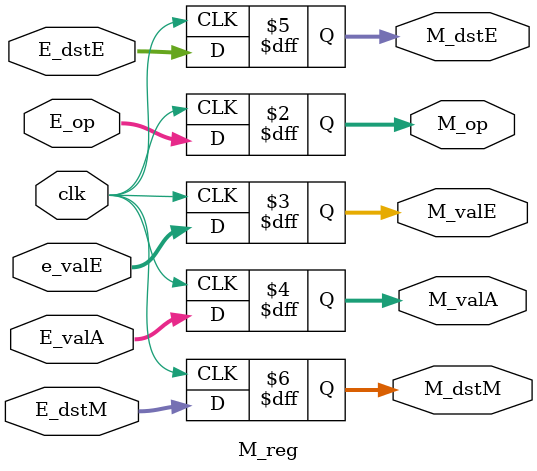
<source format=v>
`ifndef _M_reg
`define _M_reg

`include "../src/def.v"

module M_reg(
    output reg [5:0] M_op,
    output reg [31:0] M_valE,
    output reg [31:0] M_valA,
    output reg [4:0] M_dstE,
    output reg [4:0] M_dstM,
    input clk,
    input [5:0] E_op,
    input [31:0] e_valE,
    input [31:0] E_valA,
    input [4:0] E_dstE,
    input [4:0] E_dstM
);
    always @(posedge clk) begin
        M_op <= E_op;
        M_valE <= e_valE;
        M_valA <= E_valA;
        M_dstE <= E_dstE;
        M_dstM <= E_dstM;
    end

endmodule

`endif
</source>
